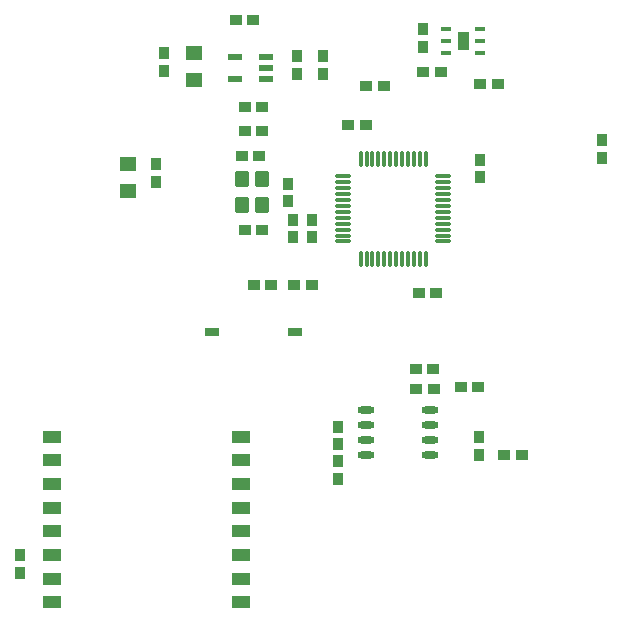
<source format=gtp>
G04*
G04 #@! TF.GenerationSoftware,Altium Limited,Altium Designer,21.3.2 (30)*
G04*
G04 Layer_Color=8421504*
%FSTAX24Y24*%
%MOIN*%
G70*
G04*
G04 #@! TF.SameCoordinates,7CAEB1DE-A824-4D29-B8D0-2D7E757E666D*
G04*
G04*
G04 #@! TF.FilePolarity,Positive*
G04*
G01*
G75*
%ADD19R,0.0472X0.0315*%
%ADD20R,0.0394X0.0374*%
%ADD21R,0.0374X0.0394*%
%ADD22O,0.0118X0.0571*%
%ADD23O,0.0571X0.0118*%
%ADD24O,0.0571X0.0236*%
%ADD25R,0.0550X0.0500*%
G04:AMPARAMS|DCode=26|XSize=55.1mil|YSize=47.2mil|CornerRadius=5.9mil|HoleSize=0mil|Usage=FLASHONLY|Rotation=270.000|XOffset=0mil|YOffset=0mil|HoleType=Round|Shape=RoundedRectangle|*
%AMROUNDEDRECTD26*
21,1,0.0551,0.0354,0,0,270.0*
21,1,0.0433,0.0472,0,0,270.0*
1,1,0.0118,-0.0177,-0.0217*
1,1,0.0118,-0.0177,0.0217*
1,1,0.0118,0.0177,0.0217*
1,1,0.0118,0.0177,-0.0217*
%
%ADD26ROUNDEDRECTD26*%
%ADD27R,0.0480X0.0244*%
G04:AMPARAMS|DCode=28|XSize=33.9mil|YSize=16.5mil|CornerRadius=2.1mil|HoleSize=0mil|Usage=FLASHONLY|Rotation=0.000|XOffset=0mil|YOffset=0mil|HoleType=Round|Shape=RoundedRectangle|*
%AMROUNDEDRECTD28*
21,1,0.0339,0.0124,0,0,0.0*
21,1,0.0297,0.0165,0,0,0.0*
1,1,0.0041,0.0149,-0.0062*
1,1,0.0041,-0.0149,-0.0062*
1,1,0.0041,-0.0149,0.0062*
1,1,0.0041,0.0149,0.0062*
%
%ADD28ROUNDEDRECTD28*%
%ADD29R,0.0591X0.0394*%
G36*
X015594Y019185D02*
X015224D01*
Y019784D01*
X015594D01*
Y019185D01*
D02*
G37*
D19*
X009802Y009785D02*
D03*
X007046D02*
D03*
D20*
X009779Y011335D02*
D03*
X010369D02*
D03*
X009019D02*
D03*
X008429D02*
D03*
X017369Y005685D02*
D03*
X016779D02*
D03*
X013839Y007885D02*
D03*
X014429D02*
D03*
X013829Y008535D02*
D03*
X014419D02*
D03*
X015324Y007935D02*
D03*
X015915D02*
D03*
X013929Y011085D02*
D03*
X014519D02*
D03*
X008619Y015635D02*
D03*
X008029D02*
D03*
X008719Y017285D02*
D03*
X008129D02*
D03*
Y016485D02*
D03*
X008719D02*
D03*
X008419Y020185D02*
D03*
X007829D02*
D03*
X012169Y016685D02*
D03*
X011579D02*
D03*
X012179Y017985D02*
D03*
X012769D02*
D03*
X014669Y018435D02*
D03*
X014079D02*
D03*
X015979Y018035D02*
D03*
X016569D02*
D03*
X008129Y013185D02*
D03*
X008719D02*
D03*
D21*
X009724Y01353D02*
D03*
Y012939D02*
D03*
X010374D02*
D03*
Y01353D02*
D03*
X009574Y014139D02*
D03*
Y01473D02*
D03*
X015924Y005689D02*
D03*
Y00628D02*
D03*
X005174Y01538D02*
D03*
Y014789D02*
D03*
X009874Y018389D02*
D03*
Y01898D02*
D03*
X010724D02*
D03*
Y018389D02*
D03*
X005424Y01908D02*
D03*
Y018489D02*
D03*
X020024Y01618D02*
D03*
Y015589D02*
D03*
X014074Y019289D02*
D03*
Y01988D02*
D03*
X015974Y014939D02*
D03*
Y01553D02*
D03*
X00065Y002345D02*
D03*
Y001755D02*
D03*
X011224Y004885D02*
D03*
Y005475D02*
D03*
Y006039D02*
D03*
Y00663D02*
D03*
D22*
X011991Y015548D02*
D03*
X012188D02*
D03*
X012385D02*
D03*
X012582D02*
D03*
X012779D02*
D03*
X012976D02*
D03*
X013172D02*
D03*
X013369D02*
D03*
X013566D02*
D03*
X013763D02*
D03*
X01396D02*
D03*
X014157D02*
D03*
Y012221D02*
D03*
X01396D02*
D03*
X013763D02*
D03*
X013566D02*
D03*
X013369D02*
D03*
X013172D02*
D03*
X012976D02*
D03*
X012779D02*
D03*
X012582D02*
D03*
X012385D02*
D03*
X012188D02*
D03*
X011991D02*
D03*
D23*
X014737Y014967D02*
D03*
Y01477D02*
D03*
Y014574D02*
D03*
Y014377D02*
D03*
Y01418D02*
D03*
Y013983D02*
D03*
Y013786D02*
D03*
Y013589D02*
D03*
Y013393D02*
D03*
Y013196D02*
D03*
Y012999D02*
D03*
Y012802D02*
D03*
X011411Y012999D02*
D03*
Y013196D02*
D03*
Y013393D02*
D03*
Y013589D02*
D03*
Y013786D02*
D03*
Y013983D02*
D03*
Y01418D02*
D03*
Y014377D02*
D03*
Y014574D02*
D03*
Y01477D02*
D03*
Y014967D02*
D03*
Y012802D02*
D03*
D24*
X012166Y007185D02*
D03*
Y006685D02*
D03*
Y006185D02*
D03*
Y005685D02*
D03*
X014312Y007185D02*
D03*
Y006685D02*
D03*
Y006185D02*
D03*
Y005685D02*
D03*
D25*
X004224Y015385D02*
D03*
Y014485D02*
D03*
X006424Y019085D02*
D03*
Y018185D02*
D03*
D26*
X008039Y014868D02*
D03*
Y014002D02*
D03*
X008709D02*
D03*
Y014868D02*
D03*
D27*
X007808Y01896D02*
D03*
X00884Y018584D02*
D03*
Y01821D02*
D03*
Y018958D02*
D03*
X007808Y01821D02*
D03*
D28*
X014844Y019878D02*
D03*
Y019485D02*
D03*
Y019091D02*
D03*
X015974D02*
D03*
Y019485D02*
D03*
Y019878D02*
D03*
D29*
X008Y000775D02*
D03*
Y001563D02*
D03*
Y00235D02*
D03*
Y003137D02*
D03*
Y003925D02*
D03*
Y004712D02*
D03*
Y0055D02*
D03*
Y006287D02*
D03*
X001701Y000775D02*
D03*
Y001563D02*
D03*
Y00235D02*
D03*
Y003137D02*
D03*
Y003925D02*
D03*
Y004712D02*
D03*
Y0055D02*
D03*
Y006287D02*
D03*
M02*

</source>
